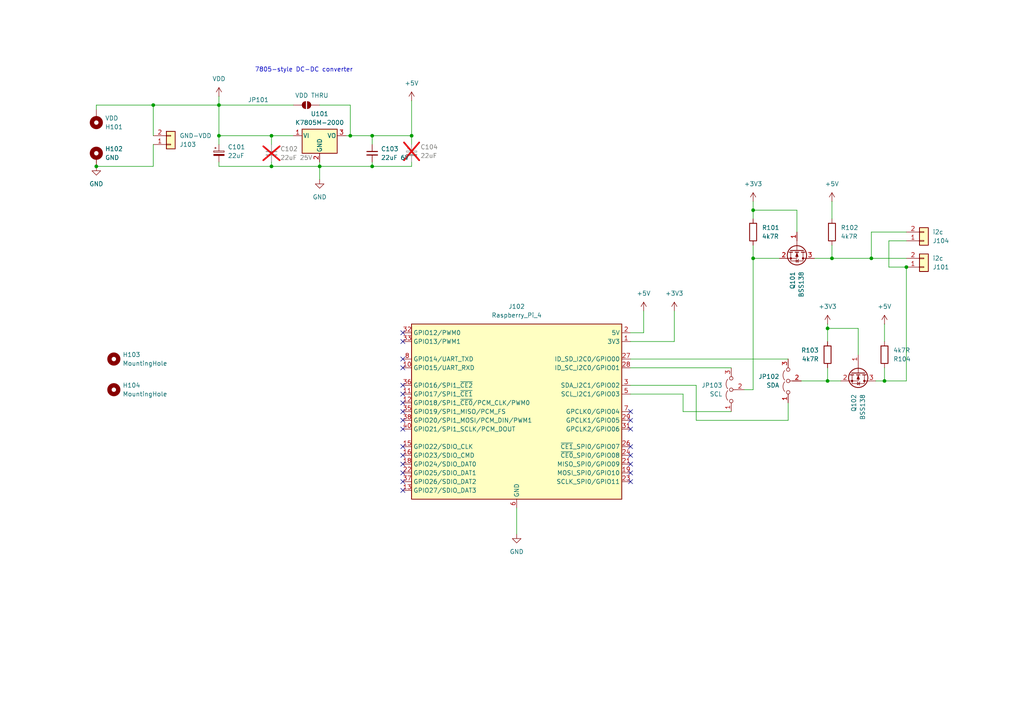
<source format=kicad_sch>
(kicad_sch (version 20231120) (generator "eeschema") (generator_version "8.0")
  (paper "A4")
  (lib_symbols
    (symbol "Connector:Raspberry_Pi_4"
      (property "Reference" "J" (at -17.526 48.768 0))
      (property "Value" "Raspberry_Pi_4" (at 15.748 -26.416 0))
      (symbol "Raspberry_Pi_4_0_1"
        (rectangle (start -30.48 25.4) (end 30.48 -25.4) (stroke (width 0.254)) (fill (type background)))
      )
      (symbol "Raspberry_Pi_4_1_1"
        (pin power_out line (at 33.02 20.32 180) (length 2.54) (name "3V3") (number "1"))
        (pin bidirectional line (at -33.02 12.7 0) (length 2.54) (name "GPIO15/UART_RXD") (number "10"))
        (pin bidirectional line (at -33.02 5.08 0) (length 2.54) (name "GPIO17/SPI1_~{CE1}") (number "11"))
        (pin bidirectional line (at -33.02 2.54 0) (length 2.54) (name "GPIO18/SPI1_~{CE0}/PCM_CLK/PWM0") (number "12"))
        (pin bidirectional line (at -33.02 -22.86 0) (length 2.54) (name "GPIO27/SDIO_DAT3") (number "13"))
        (pin passive line (at 0 -27.94 90) (length 2.54) hide (name "GND") (number "14"))
        (pin bidirectional line (at -33.02 -10.16 0) (length 2.54) (name "GPIO22/SDIO_CLK") (number "15"))
        (pin bidirectional line (at -33.02 -12.7 0) (length 2.54) (name "GPIO23/SDIO_CMD") (number "16"))
        (pin passive line (at 33.02 20.32 180) (length 2.54) hide (name "3V3") (number "17"))
        (pin bidirectional line (at -33.02 -15.24 0) (length 2.54) (name "GPIO24/SDIO_DAT0") (number "18"))
        (pin bidirectional line (at 33.02 -17.78 180) (length 2.54) (name "MOSI_SPI0/GPIO10") (number "19"))
        (pin power_out line (at 33.02 22.86 180) (length 2.54) (name "5V") (number "2"))
        (pin passive line (at 0 -27.94 90) (length 2.54) hide (name "GND") (number "20"))
        (pin bidirectional line (at 33.02 -15.24 180) (length 2.54) (name "MISO_SPI0/GPIO09") (number "21"))
        (pin bidirectional line (at -33.02 -17.78 0) (length 2.54) (name "GPIO25/SDIO_DAT1") (number "22"))
        (pin bidirectional line (at 33.02 -20.32 180) (length 2.54) (name "SCLK_SPI0/GPIO11") (number "23"))
        (pin bidirectional line (at 33.02 -12.7 180) (length 2.54) (name "~{CE0}_SPI0/GPIO08") (number "24"))
        (pin passive line (at 0 -27.94 90) (length 2.54) hide (name "GND") (number "25"))
        (pin bidirectional line (at 33.02 -10.16 180) (length 2.54) (name "~{CE1}_SPI0/GPIO07") (number "26"))
        (pin bidirectional line (at 33.02 15.24 180) (length 2.54) (name "ID_SD_I2C0/GPIO00") (number "27"))
        (pin bidirectional line (at 33.02 12.7 180) (length 2.54) (name "ID_SC_I2C0/GPIO01") (number "28"))
        (pin bidirectional line (at 33.02 -2.54 180) (length 2.54) (name "GPCLK1/GPIO05") (number "29"))
        (pin bidirectional line (at 33.02 7.62 180) (length 2.54) (name "SDA_I2C1/GPIO02") (number "3"))
        (pin passive line (at 0 -27.94 90) (length 2.54) hide (name "GND") (number "30"))
        (pin bidirectional line (at 33.02 -5.08 180) (length 2.54) (name "GPCLK2/GPIO06") (number "31"))
        (pin bidirectional line (at -33.02 22.86 0) (length 2.54) (name "GPIO12/PWM0") (number "32"))
        (pin bidirectional line (at -33.02 20.32 0) (length 2.54) (name "GPIO13/PWM1") (number "33"))
        (pin passive line (at 0 -27.94 90) (length 2.54) hide (name "GND") (number "34"))
        (pin bidirectional line (at -33.02 0 0) (length 2.54) (name "GPIO19/SPI1_MISO/PCM_FS") (number "35"))
        (pin bidirectional line (at -33.02 7.62 0) (length 2.54) (name "GPIO16/SPI1_~{CE2}") (number "36"))
        (pin bidirectional line (at -33.02 -20.32 0) (length 2.54) (name "GPIO26/SDIO_DAT2") (number "37"))
        (pin bidirectional line (at -33.02 -2.54 0) (length 2.54) (name "GPIO20/SPI1_MOSI/PCM_DIN/PWM1") (number "38"))
        (pin passive line (at 0 -27.94 90) (length 2.54) hide (name "GND") (number "39"))
        (pin passive line (at 33.02 22.86 180) (length 2.54) hide (name "5V") (number "4"))
        (pin bidirectional line (at -33.02 -5.08 0) (length 2.54) (name "GPIO21/SPI1_SCLK/PCM_DOUT") (number "40"))
        (pin bidirectional line (at 33.02 5.08 180) (length 2.54) (name "SCL_I2C1/GPIO03") (number "5"))
        (pin power_out line (at 0 -27.94 90) (length 2.54) (name "GND") (number "6"))
        (pin bidirectional line (at 33.02 0 180) (length 2.54) (name "GPCLK0/GPIO04") (number "7"))
        (pin bidirectional line (at -33.02 15.24 0) (length 2.54) (name "GPIO14/UART_TXD") (number "8"))
        (pin passive line (at 0 -27.94 90) (length 2.54) hide (name "GND") (number "9"))
      )
    )
    (symbol "Connector_Generic:Conn_01x02" (pin_names (offset 1.016) hide)
      (property "Reference" "J" (at 0 2.54 0))
      (property "Value" "Conn_01x02" (at 0 -5.08 0))
      (symbol "Conn_01x02_1_1"
        (rectangle (start -1.27 -2.413) (end 0 -2.667) (stroke (width 0.1524)))
        (rectangle (start -1.27 0.127) (end 0 -0.127) (stroke (width 0.1524)))
        (rectangle (start -1.27 1.27) (end 1.27 -3.81) (stroke (width 0.254)) (fill (type background)))
        (pin passive line (at -5.08 0 0) (length 3.81) (name "Pin_1") (number "1"))
        (pin passive line (at -5.08 -2.54 0) (length 3.81) (name "Pin_2") (number "2"))
      )
    )
    (symbol "Device:C_Polarized_Small" (pin_numbers hide) (pin_names (offset 0.254) hide)
      (property "Reference" "C" (at 0.254 1.778 0))
      (property "Value" "C_Polarized_Small" (at 0.254 -2.032 0))
      (symbol "C_Polarized_Small_0_1"
        (rectangle (start -1.524 -0.3048) (end 1.524 -0.6858) (fill (type outline)))
        (rectangle (start -1.524 0.6858) (end 1.524 0.3048))
        (polyline (pts (xy -1.27 1.524) (xy -0.762 1.524)))
        (polyline (pts (xy -1.016 1.27) (xy -1.016 1.778)))
      )
      (symbol "C_Polarized_Small_1_1"
        (pin passive line (at 0 2.54 270) (length 1.8542) (name "~") (number "1"))
        (pin passive line (at 0 -2.54 90) (length 1.8542) (name "~") (number "2"))
      )
    )
    (symbol "Device:C_Small" (pin_numbers hide) (pin_names (offset 0.254) hide)
      (property "Reference" "C" (at 0.254 1.778 0))
      (property "Value" "C_Small" (at 0.254 -2.032 0))
      (symbol "C_Small_0_1"
        (polyline (pts (xy -1.524 -0.508) (xy 1.524 -0.508)) (stroke (width 0.3302)))
        (polyline (pts (xy -1.524 0.508) (xy 1.524 0.508)) (stroke (width 0.3048)))
      )
      (symbol "C_Small_1_1"
        (pin passive line (at 0 2.54 270) (length 2.032) (name "~") (number "1"))
        (pin passive line (at 0 -2.54 90) (length 2.032) (name "~") (number "2"))
      )
    )
    (symbol "Device:R" (pin_numbers hide) (pin_names (offset 0))
      (property "Reference" "R" (at 2.032 0 90))
      (property "Value" "R" (at 0 0 90))
      (symbol "R_0_1"
        (rectangle (start -1.016 -2.54) (end 1.016 2.54) (stroke (width 0.254)))
      )
      (symbol "R_1_1"
        (pin passive line (at 0 3.81 270) (length 1.27) (name "~") (number "1"))
        (pin passive line (at 0 -3.81 90) (length 1.27) (name "~") (number "2"))
      )
    )
    (symbol "Jumper:Jumper_3_Open" (pin_names (offset 0) hide) (exclude_from_sim yes) (in_bom no)
      (property "Reference" "JP" (at -2.54 -2.54 0))
      (property "Value" "Jumper_3_Open" (at 0 2.794 0))
      (symbol "Jumper_3_Open_0_0"
        (circle (center -3.302 0) (radius 0.508))
        (circle (center 0 0) (radius 0.508))
        (circle (center 3.302 0) (radius 0.508))
      )
      (symbol "Jumper_3_Open_0_1"
        (arc (start -0.254 1.016) (mid -1.651 1.4992) (end -3.048 1.016))
        (polyline (pts (xy 0 -0.508) (xy 0 -1.27)))
        (arc (start 3.048 1.016) (mid 1.651 1.4992) (end 0.254 1.016))
      )
      (symbol "Jumper_3_Open_1_1"
        (pin passive line (at -6.35 0 0) (length 2.54) (name "A") (number "1"))
        (pin passive line (at 0 -3.81 90) (length 2.54) (name "C") (number "2"))
        (pin passive line (at 6.35 0 180) (length 2.54) (name "B") (number "3"))
      )
    )
    (symbol "Jumper:SolderJumper_2_Open" (pin_numbers hide) (pin_names (offset 0) hide) (exclude_from_sim yes) (in_bom no)
      (property "Reference" "JP" (at 0 2.032 0))
      (property "Value" "SolderJumper_2_Open" (at 0 -2.54 0))
      (symbol "SolderJumper_2_Open_0_1"
        (arc (start -0.254 1.016) (mid -1.2656 0) (end -0.254 -1.016))
        (arc (start -0.254 1.016) (mid -1.2656 0) (end -0.254 -1.016) (fill (type outline)))
        (polyline (pts (xy -0.254 1.016) (xy -0.254 -1.016)))
        (polyline (pts (xy 0.254 1.016) (xy 0.254 -1.016)))
        (arc (start 0.254 -1.016) (mid 1.2656 0) (end 0.254 1.016))
        (arc (start 0.254 -1.016) (mid 1.2656 0) (end 0.254 1.016) (fill (type outline)))
      )
      (symbol "SolderJumper_2_Open_1_1"
        (pin passive line (at -3.81 0 0) (length 2.54) (name "A") (number "1"))
        (pin passive line (at 3.81 0 180) (length 2.54) (name "B") (number "2"))
      )
    )
    (symbol "Mechanical:MountingHole" (pin_names (offset 1.016)) (exclude_from_sim yes) (in_bom no)
      (property "Reference" "H" (at 0 5.08 0))
      (property "Value" "MountingHole" (at 0 3.175 0))
      (symbol "MountingHole_0_1"
        (circle (center 0 0) (radius 1.27) (stroke (width 1.27)))
      )
    )
    (symbol "MountingHole_Pad_MP_1" (pin_numbers hide) (pin_names (offset 1.016) hide) (exclude_from_sim yes) (in_bom no)
      (property "Reference" "H103" (at 2.54 2.5401 0))
      (property "Value" "MountingHole_Pad_MP" (at 2.54 0.0001 0))
      (symbol "MountingHole_Pad_MP_1_0_1"
        (circle (center 0 1.27) (radius 1.27) (stroke (width 1.27)))
      )
      (symbol "MountingHole_Pad_MP_1_1_1"
        (pin power_in line (at 0 -2.54 90) (length 2.54) (name "MP") (number "1"))
      )
    )
    (symbol "MountingHole_Pad_MP_3" (pin_numbers hide) (pin_names (offset 1.016) hide) (exclude_from_sim yes) (in_bom no)
      (property "Reference" "H102" (at 2.54 2.5401 0))
      (property "Value" "MountingHole_Pad_MP" (at 2.54 0.0001 0))
      (symbol "MountingHole_Pad_MP_3_0_1"
        (circle (center 0 1.27) (radius 1.27) (stroke (width 1.27)))
      )
      (symbol "MountingHole_Pad_MP_3_1_1"
        (pin power_in line (at 0 -2.54 90) (length 2.54) (name "MP") (number "1"))
      )
    )
    (symbol "Regulator_Linear:LM7805_TO220" (pin_names (offset 0.254))
      (property "Reference" "U" (at -3.81 3.175 0))
      (property "Value" "LM7805_TO220" (at 0 3.175 0))
      (symbol "LM7805_TO220_0_1"
        (rectangle (start -5.08 1.905) (end 5.08 -5.08) (stroke (width 0.254)) (fill (type background)))
      )
      (symbol "LM7805_TO220_1_1"
        (pin power_in line (at -7.62 0 0) (length 2.54) (name "VI") (number "1"))
        (pin power_in line (at 0 -7.62 90) (length 2.54) (name "GND") (number "2"))
        (pin power_out line (at 7.62 0 180) (length 2.54) (name "VO") (number "3"))
      )
    )
    (symbol "Transistor_FET:BSS138" (pin_names hide)
      (property "Reference" "Q" (at 5.08 1.905 0))
      (property "Value" "BSS138" (at 5.08 0 0))
      (symbol "BSS138_0_1"
        (polyline (pts (xy 0.254 0) (xy -2.54 0)))
        (polyline (pts (xy 0.254 1.905) (xy 0.254 -1.905)) (stroke (width 0.254)))
        (polyline (pts (xy 0.762 -1.27) (xy 0.762 -2.286)) (stroke (width 0.254)))
        (polyline (pts (xy 0.762 0.508) (xy 0.762 -0.508)) (stroke (width 0.254)))
        (polyline (pts (xy 0.762 2.286) (xy 0.762 1.27)) (stroke (width 0.254)))
        (polyline (pts (xy 2.54 2.54) (xy 2.54 1.778)))
        (polyline (pts (xy 2.54 -2.54) (xy 2.54 0) (xy 0.762 0)))
        (polyline (pts (xy 0.762 -1.778) (xy 3.302 -1.778) (xy 3.302 1.778) (xy 0.762 1.778)))
        (polyline (pts (xy 1.016 0) (xy 2.032 0.381) (xy 2.032 -0.381) (xy 1.016 0)) (fill (type outline)))
        (polyline (pts (xy 2.794 0.508) (xy 2.921 0.381) (xy 3.683 0.381) (xy 3.81 0.254)))
        (polyline (pts (xy 3.302 0.381) (xy 2.921 -0.254) (xy 3.683 -0.254) (xy 3.302 0.381)))
        (circle (center 1.651 0) (radius 2.794) (stroke (width 0.254)))
        (circle (center 2.54 -1.778) (radius 0.254) (fill (type outline)))
        (circle (center 2.54 1.778) (radius 0.254) (fill (type outline)))
      )
      (symbol "BSS138_1_1"
        (pin input line (at -5.08 0 0) (length 2.54) (name "G") (number "1"))
        (pin passive line (at 2.54 -5.08 90) (length 2.54) (name "S") (number "2"))
        (pin passive line (at 2.54 5.08 270) (length 2.54) (name "D") (number "3"))
      )
    )
    (symbol "power:+3V3" (power) (pin_numbers hide) (pin_names (offset 0) hide)
      (property "Value" "+3V3" (at 0 3.556 0))
      (symbol "+3V3_0_1"
        (polyline (pts (xy -0.762 1.27) (xy 0 2.54)))
        (polyline (pts (xy 0 0) (xy 0 2.54)))
        (polyline (pts (xy 0 2.54) (xy 0.762 1.27)))
      )
      (symbol "+3V3_1_1"
        (pin power_in line (at 0 0 90) (length 0) (name "~") (number "1"))
      )
    )
    (symbol "power:+5V" (power) (pin_numbers hide) (pin_names (offset 0) hide)
      (property "Value" "+5V" (at 0 3.556 0))
      (symbol "+5V_0_1"
        (polyline (pts (xy -0.762 1.27) (xy 0 2.54)))
        (polyline (pts (xy 0 0) (xy 0 2.54)))
        (polyline (pts (xy 0 2.54) (xy 0.762 1.27)))
      )
      (symbol "+5V_1_1"
        (pin power_in line (at 0 0 90) (length 0) (name "~") (number "1"))
      )
    )
    (symbol "power:GND" (power) (pin_numbers hide) (pin_names (offset 0) hide)
      (property "Value" "GND" (at 0 -3.81 0))
      (symbol "GND_0_1"
        (polyline (pts (xy 0 0) (xy 0 -1.27) (xy 1.27 -1.27) (xy 0 -2.54) (xy -1.27 -1.27) (xy 0 -1.27)))
      )
      (symbol "GND_1_1"
        (pin power_in line (at 0 0 270) (length 0) (name "~") (number "1"))
      )
    )
    (symbol "power:VDD" (power) (pin_numbers hide) (pin_names (offset 0) hide)
      (property "Value" "VDD" (at 0 3.556 0))
      (symbol "VDD_0_1"
        (polyline (pts (xy -0.762 1.27) (xy 0 2.54)))
        (polyline (pts (xy 0 0) (xy 0 2.54)))
        (polyline (pts (xy 0 2.54) (xy 0.762 1.27)))
      )
      (symbol "VDD_1_1"
        (pin power_in line (at 0 0 90) (length 0) (name "~") (number "1"))
      )
    )
  )
  (junction (at 240.03 110.49))
  (junction (at 101.6 39.37))
  (junction (at 63.5 39.37))
  (junction (at 218.44 60.96))
  (junction (at 241.3 74.93))
  (junction (at 92.71 48.26))
  (junction (at 262.89 77.47))
  (junction (at 256.54 110.49))
  (junction (at 119.38 39.37))
  (junction (at 107.95 48.26))
  (junction (at 218.44 74.93))
  (junction (at 78.74 48.26))
  (junction (at 252.73 74.93))
  (junction (at 78.74 39.37))
  (junction (at 107.95 39.37))
  (junction (at 63.5 30.48))
  (junction (at 240.03 95.25))
  (junction (at 27.94 48.26))
  (junction (at 44.45 30.48))
  (no_connect (at 182.88 137.16))
  (no_connect (at 116.84 121.92))
  (no_connect (at 116.84 119.38))
  (no_connect (at 116.84 139.7))
  (no_connect (at 116.84 111.76))
  (no_connect (at 116.84 134.62))
  (no_connect (at 116.84 124.46))
  (no_connect (at 116.84 129.54))
  (no_connect (at 116.84 114.3))
  (no_connect (at 116.84 96.52))
  (no_connect (at 116.84 104.14))
  (no_connect (at 116.84 106.68))
  (no_connect (at 182.88 132.08))
  (no_connect (at 182.88 119.38))
  (no_connect (at 116.84 116.84))
  (no_connect (at 182.88 139.7))
  (no_connect (at 182.88 129.54))
  (no_connect (at 182.88 134.62))
  (no_connect (at 182.88 124.46))
  (no_connect (at 116.84 132.08))
  (no_connect (at 182.88 121.92))
  (no_connect (at 116.84 137.16))
  (no_connect (at 116.84 99.06))
  (no_connect (at 116.84 142.24))
  (wire (pts (xy 236.22 74.93) (xy 241.3 74.93)))
  (wire (pts (xy 256.54 93.98) (xy 256.54 99.06)))
  (wire (pts (xy 218.44 113.03) (xy 215.9 113.03)))
  (wire (pts (xy 44.45 30.48) (xy 63.5 30.48)))
  (wire (pts (xy 241.3 74.93) (xy 252.73 74.93)))
  (wire (pts (xy 201.93 121.92) (xy 228.6 121.92)))
  (wire (pts (xy 78.74 39.37) (xy 85.09 39.37)))
  (wire (pts (xy 248.92 95.25) (xy 240.03 95.25)))
  (wire (pts (xy 218.44 74.93) (xy 226.06 74.93)))
  (wire (pts (xy 107.95 48.26) (xy 107.95 46.99)))
  (wire (pts (xy 63.5 39.37) (xy 63.5 41.91)))
  (wire (pts (xy 240.03 93.98) (xy 240.03 95.25)))
  (wire (pts (xy 186.69 96.52) (xy 186.69 90.17)))
  (wire (pts (xy 182.88 106.68) (xy 212.09 106.68)))
  (wire (pts (xy 101.6 39.37) (xy 107.95 39.37)))
  (wire (pts (xy 63.5 48.26) (xy 78.74 48.26)))
  (wire (pts (xy 44.45 30.48) (xy 44.45 39.37)))
  (wire (pts (xy 101.6 30.48) (xy 101.6 39.37)))
  (wire (pts (xy 182.88 99.06) (xy 195.58 99.06)))
  (wire (pts (xy 119.38 46.99) (xy 119.38 48.26)))
  (wire (pts (xy 195.58 99.06) (xy 195.58 90.17)))
  (wire (pts (xy 231.14 67.31) (xy 231.14 60.96)))
  (wire (pts (xy 248.92 102.87) (xy 248.92 95.25)))
  (wire (pts (xy 262.89 67.31) (xy 252.73 67.31)))
  (wire (pts (xy 182.88 96.52) (xy 186.69 96.52)))
  (wire (pts (xy 63.5 30.48) (xy 63.5 39.37)))
  (wire (pts (xy 262.89 77.47) (xy 262.89 110.49)))
  (wire (pts (xy 27.94 30.48) (xy 27.94 31.75)))
  (wire (pts (xy 231.14 60.96) (xy 218.44 60.96)))
  (wire (pts (xy 182.88 104.14) (xy 228.6 104.14)))
  (wire (pts (xy 63.5 39.37) (xy 78.74 39.37)))
  (wire (pts (xy 149.86 147.32) (xy 149.86 154.94)))
  (wire (pts (xy 218.44 71.12) (xy 218.44 74.93)))
  (wire (pts (xy 92.71 48.26) (xy 107.95 48.26)))
  (wire (pts (xy 27.94 30.48) (xy 44.45 30.48)))
  (wire (pts (xy 100.33 39.37) (xy 101.6 39.37)))
  (wire (pts (xy 218.44 60.96) (xy 218.44 58.42)))
  (wire (pts (xy 92.71 52.07) (xy 92.71 48.26)))
  (wire (pts (xy 78.74 39.37) (xy 78.74 41.91)))
  (wire (pts (xy 107.95 39.37) (xy 107.95 41.91)))
  (wire (pts (xy 254 110.49) (xy 256.54 110.49)))
  (wire (pts (xy 78.74 48.26) (xy 92.71 48.26)))
  (wire (pts (xy 228.6 116.84) (xy 228.6 121.92)))
  (wire (pts (xy 44.45 41.91) (xy 44.45 48.26)))
  (wire (pts (xy 182.88 114.3) (xy 198.12 114.3)))
  (wire (pts (xy 257.81 69.85) (xy 257.81 77.47)))
  (wire (pts (xy 256.54 110.49) (xy 262.89 110.49)))
  (wire (pts (xy 241.3 58.42) (xy 241.3 63.5)))
  (wire (pts (xy 198.12 119.38) (xy 212.09 119.38)))
  (wire (pts (xy 107.95 39.37) (xy 119.38 39.37)))
  (wire (pts (xy 63.5 30.48) (xy 85.09 30.48)))
  (wire (pts (xy 92.71 46.99) (xy 92.71 48.26)))
  (wire (pts (xy 241.3 74.93) (xy 241.3 71.12)))
  (wire (pts (xy 63.5 46.99) (xy 63.5 48.26)))
  (wire (pts (xy 252.73 74.93) (xy 262.89 74.93)))
  (wire (pts (xy 240.03 95.25) (xy 240.03 99.06)))
  (wire (pts (xy 252.73 67.31) (xy 252.73 74.93)))
  (wire (pts (xy 218.44 63.5) (xy 218.44 60.96)))
  (wire (pts (xy 119.38 39.37) (xy 119.38 41.91)))
  (wire (pts (xy 92.71 30.48) (xy 101.6 30.48)))
  (wire (pts (xy 262.89 69.85) (xy 257.81 69.85)))
  (wire (pts (xy 119.38 29.21) (xy 119.38 39.37)))
  (wire (pts (xy 63.5 27.94) (xy 63.5 30.48)))
  (wire (pts (xy 218.44 74.93) (xy 218.44 113.03)))
  (wire (pts (xy 232.41 110.49) (xy 240.03 110.49)))
  (wire (pts (xy 257.81 77.47) (xy 262.89 77.47)))
  (wire (pts (xy 78.74 46.99) (xy 78.74 48.26)))
  (wire (pts (xy 256.54 110.49) (xy 256.54 106.68)))
  (wire (pts (xy 182.88 111.76) (xy 201.93 111.76)))
  (wire (pts (xy 240.03 106.68) (xy 240.03 110.49)))
  (wire (pts (xy 44.45 48.26) (xy 27.94 48.26)))
  (wire (pts (xy 198.12 114.3) (xy 198.12 119.38)))
  (wire (pts (xy 240.03 110.49) (xy 243.84 110.49)))
  (wire (pts (xy 201.93 111.76) (xy 201.93 121.92)))
  (wire (pts (xy 119.38 48.26) (xy 107.95 48.26)))
  (text "7805-style DC-DC converter" (at 88.138 20.32 0) (effects (font (size 1.27 1.27))))
  (symbol (lib_name "MountingHole_Pad_MP_3") (lib_id "Mechanical:MountingHole_Pad_MP") (at 27.94 45.72 0) (unit 1) (exclude_from_sim yes) (in_bom no)
    (property "Reference" "H102" (at 30.48 43.1799 0) (effects (justify left)))
    (property "Value" "GND" (at 30.48 45.7199 0) (effects (justify left)))
    (property "Footprint" "MountingHole:MountingHole_3.2mm_M3_DIN965_Pad" (effects (hide yes)))
    (property "Description" "Mounting Hole with connection as pad named MP" (effects (hide yes)))
  )
  (symbol (lib_id "power:+5V") (at 256.54 93.98 0) (unit 1)
    (property "Reference" "#PWR0110" (effects (hide yes)))
    (property "Value" "+5V" (at 256.54 88.9 0))
    (property "Description" "Power symbol creates a global label with name \"+5V\"" (effects (hide yes)))
  )
  (symbol (lib_id "Jumper:Jumper_3_Open") (at 228.6 110.49 90) (unit 1) (exclude_from_sim yes) (in_bom no)
    (property "Reference" "JP102" (at 226.06 109.2199 90) (effects (justify left)))
    (property "Value" "SDA" (at 226.06 111.7599 90) (effects (justify left)))
    (property "Footprint" "Connector_PinHeader_2.54mm:PinHeader_1x03_P2.54mm_Vertical" (effects (hide yes)))
    (property "Description" "Jumper, 3-pole, both open" (effects (hide yes)))
  )
  (symbol (lib_id "Connector_Generic:Conn_01x02") (at 267.97 77.47 0) (mirror x) (unit 1)
    (property "Reference" "J101" (at 270.51 77.4701 0) (effects (justify left)))
    (property "Value" "i2c" (at 270.51 74.9301 0) (effects (justify left)))
    (property "Footprint" "Connector_JST:JST_XH_S2B-XH-A-1_1x02_P2.50mm_Horizontal" (effects (hide yes)))
    (property "Description" "Generic connector, single row, 01x02, script generated (kicad-library-utils/schlib/autogen/connector/)" (effects (hide yes)))
  )
  (symbol (lib_id "power:+3V3") (at 195.58 90.17 0) (unit 1)
    (property "Reference" "#PWR0108" (effects (hide yes)))
    (property "Value" "+3V3" (at 195.58 85.09 0))
    (property "Description" "Power symbol creates a global label with name \"+3V3\"" (effects (hide yes)))
  )
  (symbol (lib_id "Device:R") (at 256.54 102.87 0) (mirror x) (unit 1)
    (property "Reference" "R104" (at 259.08 104.1401 0) (effects (justify left)))
    (property "Value" "4k7R" (at 259.08 101.6001 0) (effects (justify left)))
    (property "Footprint" "Resistor_SMD:R_0603_1608Metric_Pad0.98x0.95mm_HandSolder" (effects (hide yes)))
    (property "Description" "Resistor" (effects (hide yes)))
  )
  (symbol (lib_id "Device:R") (at 241.3 67.31 180) (unit 1)
    (property "Reference" "R102" (at 243.84 66.0399 0) (effects (justify right)))
    (property "Value" "4k7R" (at 243.84 68.5799 0) (effects (justify right)))
    (property "Footprint" "Resistor_SMD:R_0603_1608Metric_Pad0.98x0.95mm_HandSolder" (effects (hide yes)))
    (property "Description" "Resistor" (effects (hide yes)))
  )
  (symbol (lib_id "Mechanical:MountingHole") (at 33.02 104.14 0) (unit 1) (exclude_from_sim yes) (in_bom no)
    (property "Reference" "H103" (at 35.56 102.8699 0) (effects (justify left)))
    (property "Value" "MountingHole" (at 35.56 105.4099 0) (effects (justify left)))
    (property "Footprint" "MountingHole:MountingHole_3.2mm_M3" (effects (hide yes)))
    (property "Description" "Mounting Hole without connection" (effects (hide yes)))
  )
  (symbol (lib_id "Device:R") (at 240.03 102.87 0) (mirror x) (unit 1)
    (property "Reference" "R103" (at 237.49 101.5999 0) (effects (justify right)))
    (property "Value" "4k7R" (at 237.49 104.1399 0) (effects (justify right)))
    (property "Footprint" "Resistor_SMD:R_0603_1608Metric_Pad0.98x0.95mm_HandSolder" (effects (hide yes)))
    (property "Description" "Resistor" (effects (hide yes)))
  )
  (symbol (lib_id "power:+5V") (at 241.3 58.42 0) (unit 1)
    (property "Reference" "#PWR0106" (effects (hide yes)))
    (property "Value" "+5V" (at 241.3 53.34 0))
    (property "Description" "Power symbol creates a global label with name \"+5V\"" (effects (hide yes)))
  )
  (symbol (lib_id "power:+3V3") (at 218.44 58.42 0) (unit 1)
    (property "Reference" "#PWR0105" (effects (hide yes)))
    (property "Value" "+3V3" (at 218.44 53.34 0))
    (property "Description" "Power symbol creates a global label with name \"+3V3\"" (effects (hide yes)))
  )
  (symbol (lib_id "Jumper:Jumper_3_Open") (at 212.09 113.03 90) (unit 1) (exclude_from_sim yes) (in_bom no)
    (property "Reference" "JP103" (at 209.55 111.7599 90) (effects (justify left)))
    (property "Value" "SCL" (at 209.55 114.2999 90) (effects (justify left)))
    (property "Footprint" "Connector_PinHeader_2.54mm:PinHeader_1x03_P2.54mm_Vertical" (effects (hide yes)))
    (property "Description" "Jumper, 3-pole, both open" (effects (hide yes)))
  )
  (symbol (lib_id "Transistor_FET:BSS138") (at 231.14 72.39 270) (unit 1)
    (property "Reference" "Q101" (at 229.8699 78.74 0) (effects (justify left)))
    (property "Value" "BSS138" (at 232.4099 78.74 0) (effects (justify left)))
    (property "Footprint" "Package_TO_SOT_SMD:SOT-23_Handsoldering" (effects (hide yes)))
    (property "Datasheet" "https://www.onsemi.com/pub/Collateral/BSS138-D.PDF" (effects (hide yes)))
    (property "Description" "50V Vds, 0.22A Id, N-Channel MOSFET, SOT-23" (effects (hide yes)))
  )
  (symbol (lib_id "Connector_Generic:Conn_01x02") (at 267.97 69.85 0) (mirror x) (unit 1)
    (property "Reference" "J104" (at 270.51 69.8501 0) (effects (justify left)))
    (property "Value" "i2c" (at 270.51 67.3101 0) (effects (justify left)))
    (property "Footprint" "Connector_JST:JST_XH_S2B-XH-A-1_1x02_P2.50mm_Horizontal" (effects (hide yes)))
    (property "Description" "Generic connector, single row, 01x02, script generated (kicad-library-utils/schlib/autogen/connector/)" (effects (hide yes)))
  )
  (symbol (lib_id "Connector_Generic:Conn_01x02") (at 49.53 41.91 0) (mirror x) (unit 1)
    (property "Reference" "J103" (at 52.07 41.9101 0) (effects (justify left)))
    (property "Value" "GND-VDD" (at 52.07 39.3701 0) (effects (justify left)))
    (property "Footprint" "Connector_JST:JST_XH_S2B-XH-A-1_1x02_P2.50mm_Horizontal" (effects (hide yes)))
    (property "Description" "Generic connector, single row, 01x02, script generated (kicad-library-utils/schlib/autogen/connector/)" (effects (hide yes)))
  )
  (symbol (lib_id "Mechanical:MountingHole") (at 33.02 113.03 0) (unit 1) (exclude_from_sim yes) (in_bom no)
    (property "Reference" "H104" (at 35.56 111.7599 0) (effects (justify left)))
    (property "Value" "MountingHole" (at 35.56 114.2999 0) (effects (justify left)))
    (property "Footprint" "MountingHole:MountingHole_3.2mm_M3" (effects (hide yes)))
    (property "Description" "Mounting Hole without connection" (effects (hide yes)))
  )
  (symbol (lib_id "power:GND") (at 92.71 52.07 0) (unit 1)
    (property "Reference" "#PWR0104" (effects (hide yes)))
    (property "Value" "GND" (at 92.71 57.15 0))
    (property "Description" "Power symbol creates a global label with name \"GND\" , ground" (effects (hide yes)))
  )
  (symbol (lib_id "Device:C_Polarized_Small") (at 119.38 44.45 0) (unit 1) (in_bom no) (dnp yes)
    (property "Reference" "C104" (at 121.92 42.6338 0) (effects (justify left)))
    (property "Value" "22uF" (at 121.92 45.1738 0) (effects (justify left)))
    (property "Footprint" "Capacitor_Tantalum_SMD:CP_EIA-3528-21_Kemet-B" (effects (hide yes)))
    (property "Description" "Polarized capacitor, small symbol" (effects (hide yes)))
  )
  (symbol (lib_id "Device:C_Polarized_Small") (at 63.5 44.45 0) (unit 1)
    (property "Reference" "C101" (at 66.04 42.6338 0) (effects (justify left)))
    (property "Value" "22uF" (at 66.04 45.1738 0) (effects (justify left)))
    (property "Footprint" "Capacitor_Tantalum_SMD:CP_EIA-3528-21_Kemet-B" (effects (hide yes)))
    (property "Description" "Polarized capacitor, small symbol" (effects (hide yes)))
  )
  (symbol (lib_id "Device:C_Small") (at 107.95 44.45 0) (unit 1)
    (property "Reference" "C103" (at 110.49 43.1862 0) (effects (justify left)))
    (property "Value" "22uF 6V" (at 110.49 45.7262 0) (effects (justify left)))
    (property "Footprint" "Capacitor_SMD:C_0603_1608Metric_Pad1.08x0.95mm_HandSolder" (effects (hide yes)))
    (property "Description" "Unpolarized capacitor, small symbol" (effects (hide yes)))
  )
  (symbol (lib_id "Connector:Raspberry_Pi_4") (at 149.86 119.38 0) (unit 1)
    (property "Reference" "J102" (at 149.86 88.9 0))
    (property "Value" "Raspberry_Pi_4" (at 149.86 91.44 0))
    (property "Footprint" "RPI_Hat:RPI_Hat_B+" (effects (hide yes)))
    (property "Datasheet" "https://datasheets.raspberrypi.com/rpi4/raspberry-pi-4-datasheet.pdf" (effects (hide yes)))
    (property "Description" "Raspberry Pi 4 Model B" (effects (hide yes)))
  )
  (symbol (lib_name "MountingHole_Pad_MP_1") (lib_id "Mechanical:MountingHole_Pad_MP") (at 27.94 34.29 0) (mirror x) (unit 1) (exclude_from_sim yes) (in_bom no)
    (property "Reference" "H101" (at 30.48 36.8301 0) (effects (justify left)))
    (property "Value" "VDD" (at 30.48 34.2901 0) (effects (justify left)))
    (property "Footprint" "MountingHole:MountingHole_3.2mm_M3_DIN965_Pad" (effects (hide yes)))
    (property "Description" "Mounting Hole with connection as pad named MP" (effects (hide yes)))
  )
  (symbol (lib_id "Device:C_Small") (at 78.74 44.45 0) (unit 1) (in_bom no) (dnp yes)
    (property "Reference" "C102" (at 81.28 43.1862 0) (effects (justify left)))
    (property "Value" "22uF 25V" (at 81.28 45.7262 0) (effects (justify left)))
    (property "Footprint" "Capacitor_SMD:C_0603_1608Metric_Pad1.08x0.95mm_HandSolder" (effects (hide yes)))
    (property "Description" "Unpolarized capacitor, small symbol" (effects (hide yes)))
  )
  (symbol (lib_id "power:+3V3") (at 240.03 93.98 0) (unit 1)
    (property "Reference" "#PWR0109" (effects (hide yes)))
    (property "Value" "+3V3" (at 240.03 88.9 0))
    (property "Description" "Power symbol creates a global label with name \"+3V3\"" (effects (hide yes)))
  )
  (symbol (lib_id "Device:R") (at 218.44 67.31 180) (unit 1)
    (property "Reference" "R101" (at 220.98 66.0399 0) (effects (justify right)))
    (property "Value" "4k7R" (at 220.98 68.5799 0) (effects (justify right)))
    (property "Footprint" "Resistor_SMD:R_0603_1608Metric_Pad0.98x0.95mm_HandSolder" (effects (hide yes)))
    (property "Description" "Resistor" (effects (hide yes)))
  )
  (symbol (lib_id "power:+5V") (at 186.69 90.17 0) (unit 1)
    (property "Reference" "#PWR0107" (effects (hide yes)))
    (property "Value" "+5V" (at 186.69 85.09 0))
    (property "Description" "Power symbol creates a global label with name \"+5V\"" (effects (hide yes)))
  )
  (symbol (lib_id "power:GND") (at 149.86 154.94 0) (unit 1)
    (property "Reference" "#PWR0113" (effects (hide yes)))
    (property "Value" "GND" (at 149.86 160.02 0))
    (property "Description" "Power symbol creates a global label with name \"GND\" , ground" (effects (hide yes)))
  )
  (symbol (lib_id "power:GND") (at 27.94 48.26 0) (unit 1)
    (property "Reference" "#PWR0103" (effects (hide yes)))
    (property "Value" "GND" (at 27.94 53.34 0))
    (property "Description" "Power symbol creates a global label with name \"GND\" , ground" (effects (hide yes)))
  )
  (symbol (lib_id "power:+5V") (at 119.38 29.21 0) (unit 1)
    (property "Reference" "#PWR0102" (effects (hide yes)))
    (property "Value" "+5V" (at 119.38 24.13 0))
    (property "Description" "Power symbol creates a global label with name \"+5V\"" (effects (hide yes)))
  )
  (symbol (lib_id "Jumper:SolderJumper_2_Open") (at 88.9 30.48 0) (unit 1) (exclude_from_sim yes) (in_bom no)
    (property "Reference" "JP101" (at 74.93 28.956 0))
    (property "Value" "VDD THRU" (at 90.424 27.686 0))
    (property "Footprint" "Jumper:SolderJumper-2_P1.3mm_Open_TrianglePad1.0x1.5mm" (effects (hide yes)))
    (property "Description" "Solder Jumper, 2-pole, open" (effects (hide yes)))
  )
  (symbol (lib_id "Regulator_Linear:LM7805_TO220") (at 92.71 39.37 0) (unit 1)
    (property "Reference" "U101" (at 92.71 33.02 0))
    (property "Value" "K7805M-2000" (at 92.71 35.56 0))
    (property "Footprint" "Package_TO_SOT_THT:TO-220-3_Vertical" (effects (hide yes)))
    (property "Datasheet" "https://lcsc.com/datasheet/lcsc_datasheet_2506201720_EVISUN-K7805-2000_C49237816.pdf" (effects (hide yes)))
    (property "Description" "Positive 1A 35V Linear Regulator, Fixed Output 5V, TO-220" (effects (hide yes)))
  )
  (symbol (lib_id "Transistor_FET:BSS138") (at 248.92 107.95 270) (unit 1)
    (property "Reference" "Q102" (at 247.6499 114.3 0) (effects (justify left)))
    (property "Value" "BSS138" (at 250.1899 114.3 0) (effects (justify left)))
    (property "Footprint" "Package_TO_SOT_SMD:SOT-23_Handsoldering" (effects (hide yes)))
    (property "Datasheet" "https://www.onsemi.com/pub/Collateral/BSS138-D.PDF" (effects (hide yes)))
    (property "Description" "50V Vds, 0.22A Id, N-Channel MOSFET, SOT-23" (effects (hide yes)))
  )
  (symbol (lib_id "power:VDD") (at 63.5 27.94 0) (unit 1)
    (property "Reference" "#PWR0101" (effects (hide yes)))
    (property "Value" "VDD" (at 63.5 22.86 0))
    (property "Description" "Power symbol creates a global label with name \"VDD\"" (effects (hide yes)))
  )
)
</source>
